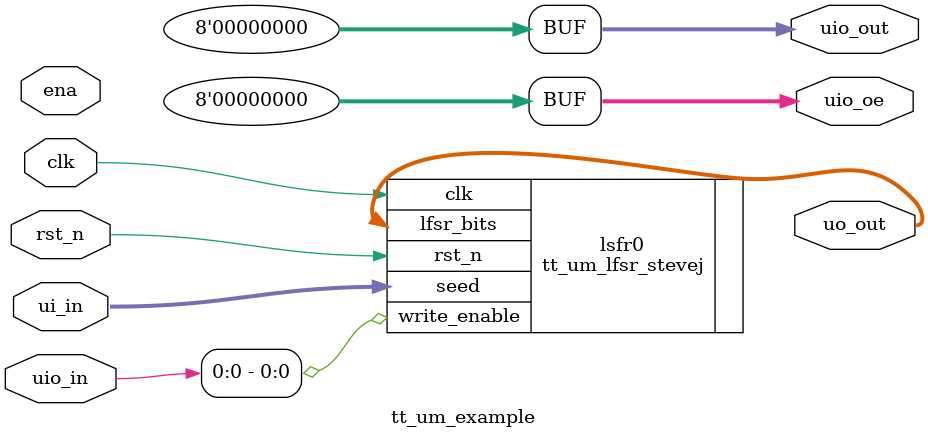
<source format=v>
/*
 * Copyright (c) 2024 Your Name
 * SPDX-License-Identifier: Apache-2.0
 */

`default_nettype none

`include "lfsr.sv"

module tt_um_example (
    input  wire [7:0] ui_in,    // Dedicated inputs
    output wire [7:0] uo_out,   // Dedicated outputs
    input  wire [7:0] uio_in,   // IOs: Input path
    output wire [7:0] uio_out,  // IOs: Output path
    output wire [7:0] uio_oe,   // IOs: Enable path (active high: 0=input, 1=output)
    input  wire       ena,      // always 1 when the design is powered, so you can ignore it
    input  wire       clk,      // clock
    input  wire       rst_n     // reset_n - low to reset
);

  // All output pins must be assigned. If not used, assign to 0.
  //assign uo_out  = ui_in + uio_in;  // Example: ou_out is the sum of ui_in and uio_in
  assign uio_out = 0;
  assign uio_oe  = 8'b0000_0000;


 tt_um_lfsr_stevej lsfr0 (
    .clk(clk),
    .rst_n(rst_n),
    .write_enable(uio_in[0]),
    .seed(ui_in[7:0]),
    .lfsr_bits(uo_out[7:0])
);

  // List all unused inputs to prevent warnings
  //wire _unused = &{1'b0};

endmodule

</source>
